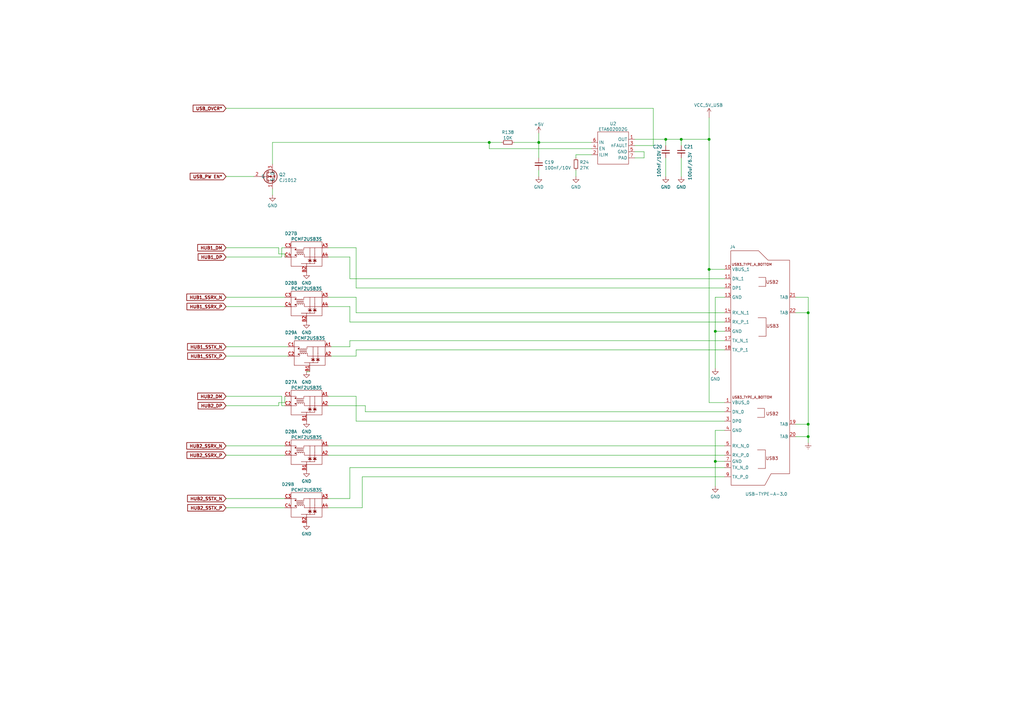
<source format=kicad_sch>
(kicad_sch (version 20210126) (generator eeschema)
  (paper "A3")
  (title_block (title "Beagle V") (date "2021-06-11") (rev "v0.7"))
  (lib_symbols
    (symbol "BeagleV:CJ1012"
      (property "Reference" "U" (at 2.05 -3.6 0))
      (property "Value" "CJ1012" (at 4.65 -5.5 0))
      (symbol "CJ1012_0_1"
        (circle (center -0.889 0) (radius 2.794) (stroke (width 0.254)))
        (circle (center 0 -1.778) (radius 0.254) (fill (type outline)))
        (circle (center 0 1.778) (radius 0.254) (fill (type outline)))
        (polyline (pts (xy -2.286 0) (xy -5.08 0)))
        (polyline (pts (xy -2.286 1.905) (xy -2.286 -1.905)) (stroke (width 0.254)))
        (polyline (pts (xy -1.778 -1.27) (xy -1.778 -2.286)) (stroke (width 0.254)))
        (polyline (pts (xy -1.778 0.508) (xy -1.778 -0.508)) (stroke (width 0.254)))
        (polyline (pts (xy -1.778 2.286) (xy -1.778 1.27)) (stroke (width 0.254)))
        (polyline (pts (xy 0 2.54) (xy 0 1.778)))
        (polyline (pts (xy 0 -2.54) (xy 0 0) (xy -1.778 0)))
        (polyline (pts (xy -1.778 -1.778) (xy 0.762 -1.778) (xy 0.762 1.778) (xy -1.778 1.778)))
        (polyline (pts (xy 0.254 0.508) (xy 0.381 0.381) (xy 1.143 0.381) (xy 1.27 0.254)))
        (polyline (pts (xy 0.762 0.381) (xy 0.381 -0.254) (xy 1.143 -0.254) (xy 0.762 0.381)))
        (polyline (pts (xy -1.524 0) (xy -0.508 0.381) (xy -0.508 -0.381) (xy -1.524 0)) (fill (type outline)))
      )
      (symbol "CJ1012_1_1"
        (pin passive line (at 0 -5.08 90) (length 2.54) (name "S") (number "1"))
        (pin input line (at -7.62 0 0) (length 2.54) (name "G") (number "2"))
        (pin passive line (at 0 5.08 270) (length 2.54) (name "D") (number "3"))
      )
    )
    (symbol "BeagleV:ETA6020D2G"
      (property "Reference" "U" (at -2.921 8.255 0))
      (property "Value" "ETA6020D2G" (at 2.413 -8.382 0))
      (symbol "ETA6020D2G_0_1"
        (rectangle (start -3.81 6.858) (end 8.89 -6.35) (stroke (width 0.1524)))
      )
      (symbol "ETA6020D2G_1_1"
        (pin output line (at 11.43 3.81 180) (length 2.54) (name "OUT") (number "1"))
        (pin input line (at -6.35 -2.54 0) (length 2.54) (name "ILIM") (number "2"))
        (pin output line (at 11.43 1.27 180) (length 2.54) (name "nFAULT") (number "3"))
        (pin input line (at -6.35 0 0) (length 2.54) (name "EN") (number "4"))
        (pin power_in line (at 11.43 -1.27 180) (length 2.54) (name "GND") (number "5"))
        (pin power_in line (at -6.35 2.54 0) (length 2.54) (name "IN") (number "6"))
        (pin passive line (at 11.43 -3.81 180) (length 2.54) (name "PAD") (number "7"))
      )
    )
    (symbol "BeagleV:PCMF2USB3S"
      (property "Reference" "U" (at -6.35 6.35 0))
      (property "Value" "PCMF2USB3S" (at -8.89 -6.35 0))
      (symbol "PCMF2USB3S_0_1"
        (arc (start -3.519 1.795) (end -4.281 1.795) (radius (at -3.9 1.83) (length 0.3826) (angles -5.2 -174.8)) (stroke (width 0.1524)))
        (arc (start -4.081 -0.335) (end -3.319 -0.335) (radius (at -3.7 -0.37) (length 0.3826) (angles 174.8 5.2)) (stroke (width 0.1524)))
        (arc (start -2.719 1.795) (end -3.481 1.795) (radius (at -3.1 1.83) (length 0.3826) (angles -5.2 -174.8)) (stroke (width 0.1524)))
        (arc (start -3.281 -0.335) (end -2.519 -0.335) (radius (at -2.9 -0.37) (length 0.3826) (angles 174.8 5.2)) (stroke (width 0.1524)))
        (arc (start -1.919 1.795) (end -2.681 1.795) (radius (at -2.3 1.83) (length 0.3826) (angles -5.2 -174.8)) (stroke (width 0.1524)))
        (arc (start -2.481 -0.335) (end -1.719 -0.335) (radius (at -2.1 -0.37) (length 0.3826) (angles 174.8 5.2)) (stroke (width 0.1524)))
        (arc (start -1.119 1.795) (end -1.881 1.795) (radius (at -1.5 1.83) (length 0.3826) (angles -5.2 -174.8)) (stroke (width 0.1524)))
        (arc (start -1.681 -0.335) (end -0.919 -0.335) (radius (at -1.3 -0.37) (length 0.3826) (angles 174.8 5.2)) (stroke (width 0.1524)))
        (circle (center -4.572 -0.508) (radius 0) (stroke (width 0.3)))
        (circle (center -4.572 1.778) (radius 0) (stroke (width 0.3)))
        (rectangle (start -6.35 4.98) (end 6.35 -5.08) (stroke (width 0.1524)))
        (polyline (pts (xy -4.9 -1.27) (xy -6.4 -1.27)) (stroke (width 0.1524)))
        (polyline (pts (xy -4.9 2.53) (xy -6.3 2.53)) (stroke (width 0.1524)))
        (polyline (pts (xy -4.1 0.53) (xy -1.2 0.53)) (stroke (width 0.1524)))
        (polyline (pts (xy -4.1 0.93) (xy -1.2 0.93)) (stroke (width 0.1524)))
        (polyline (pts (xy -0.3 -3.97) (xy -2.2 -3.97)) (stroke (width 0.1524)))
        (polyline (pts (xy 0 -5.07) (xy 0 -3.97)) (stroke (width 0.1524)))
        (polyline (pts (xy 0.2 -3.97) (xy -0.3 -3.97)) (stroke (width 0.1524)))
        (polyline (pts (xy 0.7 -2.27) (xy 0.7 -2.47)) (stroke (width 0.1524)))
        (polyline (pts (xy 0.7 -2.27) (xy 2.1 -2.27)) (stroke (width 0.1524)))
        (polyline (pts (xy 0.9 -1.27) (xy 6.3 -1.27)) (stroke (width 0.1524)))
        (polyline (pts (xy 0.9 2.53) (xy 6.3 2.53)) (stroke (width 0.1524)))
        (polyline (pts (xy 1.4 -3.17) (xy 1.4 -3.97)) (stroke (width 0.1524)))
        (polyline (pts (xy 1.4 -2.27) (xy 1.4 -1.37)) (stroke (width 0.1524)))
        (polyline (pts (xy 1.4 -1.27) (xy 1.4 2.53)) (stroke (width 0.1524)))
        (polyline (pts (xy 2.7 -2.27) (xy 2.7 -2.47)) (stroke (width 0.1524)))
        (polyline (pts (xy 2.7 -2.27) (xy 4.1 -2.27)) (stroke (width 0.1524)))
        (polyline (pts (xy 3.4 -3.97) (xy 0.1 -3.97)) (stroke (width 0.1524)))
        (polyline (pts (xy 3.4 -3.17) (xy 3.4 -3.97)) (stroke (width 0.1524)))
        (polyline (pts (xy 3.4 -2.27) (xy 3.4 -0.07)) (stroke (width 0.1524)))
        (polyline (pts (xy 3.4 -0.17) (xy 3.4 2.53)) (stroke (width 0.1524)))
        (polyline (pts (xy -4.1 -0.37) (xy -4.1 -1.27) (xy -4.9 -1.27)) (stroke (width 0.1524)))
        (polyline (pts (xy -0.9 -0.37) (xy -0.9 -1.27) (xy 0.9 -1.27)) (stroke (width 0.1524)))
        (polyline (pts (xy 0.9 2.53) (xy -1.1 2.53) (xy -1.1 1.83)) (stroke (width 0.1524)))
        (polyline (pts (xy -4.9 2.53) (xy -4.4 2.53) (xy -4.3 2.53) (xy -4.3 1.83)) (stroke (width 0.1524)))
        (polyline (pts (xy 1.4 -2.37) (xy 0.7 -3.07) (xy 2.1 -3.07) (xy 1.4 -2.37)) (stroke (width 0.1524)) (fill (type outline)))
        (polyline (pts (xy 3.4 -2.37) (xy 2.7 -3.07) (xy 4.1 -3.07) (xy 3.4 -2.37)) (stroke (width 0.1524)) (fill (type outline)))
      )
      (symbol "PCMF2USB3S_1_1"
        (pin output line (at 8.89 2.54 180) (length 2.56) (name "") (number "A1"))
        (pin output line (at 8.89 -1.27 180) (length 2.56) (name "") (number "A2"))
        (pin power_out line (at 0 -7.62 90) (length 2.56) (name "") (number "B1"))
        (pin input line (at -8.89 2.54 0) (length 2.56) (name "") (number "C1"))
        (pin input line (at -8.89 -1.27 0) (length 2.56) (name "") (number "C2"))
      )
      (symbol "PCMF2USB3S_2_1"
        (pin output line (at 8.89 2.54 180) (length 2.56) (name "") (number "A3"))
        (pin output line (at 8.89 -1.27 180) (length 2.56) (name "") (number "A4"))
        (pin power_out line (at 0 -7.62 90) (length 2.56) (name "") (number "B2"))
        (pin input line (at -8.89 2.54 0) (length 2.56) (name "") (number "C3"))
        (pin input line (at -8.89 -1.27 0) (length 2.56) (name "") (number "C4"))
      )
    )
    (symbol "BeagleV:USB-TYPE-A-3.0"
      (property "Reference" "U" (at 2.54 48.26 0))
      (property "Value" "USB-TYPE-A-3.0" (at 8.89 -46.99 0))
      (symbol "USB-TYPE-A-3.0_0_0"
        (text "USB2" (at -0.762 -17.272 0) (effects (font (size 1.27 1.27))))
        (text "USB2" (at -0.762 36.703 0) (effects (font (size 1.27 1.27))))
        (text "USB3" (at -0.889 -35.56 0) (effects (font (size 1.27 1.27))))
        (text "USB3" (at -0.635 18.669 0) (effects (font (size 1.27 1.27))))
        (text "USB3_TYPE_A_BOTTOM" (at -9.144 43.942 0) (effects (font (size 1 1))))
        (text "USB3_TYPE_A_BOTTOM" (at -9.017 -10.541 0) (effects (font (size 1 1))))
        (polyline (pts (xy -6.858 -32.131) (xy -3.556 -32.131) (xy -3.556 -39.751) (xy -6.604 -39.751)) (stroke (width 0.1524)))
        (polyline (pts (xy -6.858 -15.113) (xy -3.937 -15.113) (xy -3.937 -18.796) (xy -6.858 -18.796)) (stroke (width 0.1524)))
        (polyline (pts (xy -6.604 22.098) (xy -3.302 22.098) (xy -3.302 14.478) (xy -6.35 14.478)) (stroke (width 0.1524)))
        (polyline (pts (xy -6.35 38.608) (xy -3.429 38.608) (xy -3.429 34.925) (xy -6.35 34.925)) (stroke (width 0.1524)))
      )
      (symbol "USB-TYPE-A-3.0_0_1"
        (polyline (pts (xy -17.78 45.72) (xy -17.653 -46.609) (xy -5.207 -46.609) (xy -3.81 -46.609) (xy -1.27 -41.91) (xy 6.35 -41.91) (xy 6.35 41.91) (xy 6.35 45.72) (xy -2.54 45.72) (xy -6.35 49.53) (xy -17.78 49.53) (xy -17.78 45.72)) (stroke (width 0.1524)))
      )
      (symbol "USB-TYPE-A-3.0_1_1"
        (pin power_in line (at -20.32 -12.7 0) (length 2.54) (name "VBUS_0") (number "1"))
        (pin power_in line (at -20.32 41.91 0) (length 2.54) (name "VBUS_1") (number "10"))
        (pin bidirectional line (at -20.32 38.1 0) (length 2.54) (name "DN_1") (number "11"))
        (pin bidirectional line (at -20.32 34.29 0) (length 2.54) (name "DP1") (number "12"))
        (pin power_in line (at -20.32 30.48 0) (length 2.54) (name "GND") (number "13"))
        (pin input line (at -20.32 24.13 0) (length 2.54) (name "RX_N_1") (number "14"))
        (pin input line (at -20.32 20.32 0) (length 2.54) (name "RX_P_1") (number "15"))
        (pin input line (at -20.32 16.51 0) (length 2.54) (name "GND") (number "16"))
        (pin output line (at -20.32 12.7 0) (length 2.54) (name "TX_N_1") (number "17"))
        (pin output line (at -20.32 8.89 0) (length 2.54) (name "TX_P_1") (number "18"))
        (pin power_out line (at 8.89 -21.59 180) (length 2.56) (name "TAB") (number "19"))
        (pin bidirectional line (at -20.32 -16.51 0) (length 2.54) (name "DN_0") (number "2"))
        (pin power_out line (at 8.89 -26.67 180) (length 2.56) (name "TAB") (number "20"))
        (pin power_out line (at 8.89 30.48 180) (length 2.56) (name "TAB") (number "21"))
        (pin power_out line (at 8.89 24.13 180) (length 2.56) (name "TAB") (number "22"))
        (pin bidirectional line (at -20.32 -20.32 0) (length 2.54) (name "DP0") (number "3"))
        (pin power_in line (at -20.32 -24.13 0) (length 2.54) (name "GND") (number "4"))
        (pin input line (at -20.32 -30.48 0) (length 2.54) (name "RX_N_0") (number "5"))
        (pin input line (at -20.32 -34.29 0) (length 2.54) (name "RX_P_0") (number "6"))
        (pin input line (at -20.32 -36.83 0) (length 2.54) (name "GND") (number "7"))
        (pin output line (at -20.32 -39.37 0) (length 2.54) (name "TX_N_0") (number "8"))
        (pin output line (at -20.32 -43.18 0) (length 2.54) (name "TX_P_0") (number "9"))
      )
    )
    (symbol "BeagleV:VCC_5V_USB" (power) (pin_numbers hide) (pin_names hide) (in_bom no) (on_board no)
      (property "Value" "VCC_5V_USB" (at 0 5.08 0))
      (symbol "VCC_5V_USB_0_1"
        (polyline (pts (xy 0 0) (xy 0 3.81)))
        (polyline (pts (xy 0 3.81) (xy -0.762 2.54)))
        (polyline (pts (xy 0 3.81) (xy 0.762 2.54)))
      )
      (symbol "VCC_5V_USB_1_1"
        (pin power_in line (at 0 0 90) (length 0) hide (name "VCC_5V_USB") (number "1"))
      )
    )
    (symbol "Device:C_Small" (pin_numbers hide) (pin_names (offset 0.254) hide)
      (property "Reference" "C" (at 0.254 1.778 0))
      (property "Value" "C_Small" (at 0.254 -2.032 0))
      (symbol "C_Small_0_1"
        (polyline (pts (xy -1.524 -0.508) (xy 1.524 -0.508)) (stroke (width 0.3302)))
        (polyline (pts (xy -1.524 0.508) (xy 1.524 0.508)) (stroke (width 0.3048)))
      )
      (symbol "C_Small_1_1"
        (pin passive line (at 0 2.54 270) (length 2.032) (name "~") (number "1"))
        (pin passive line (at 0 -2.54 90) (length 2.032) (name "~") (number "2"))
      )
    )
    (symbol "Device:R_Small" (pin_numbers hide) (pin_names (offset 0.254) hide)
      (property "Reference" "R" (at 0.762 0.508 0))
      (property "Value" "R_Small" (at 0.762 -1.016 0))
      (symbol "R_Small_0_1"
        (rectangle (start -0.762 1.778) (end 0.762 -1.778) (stroke (width 0.2032)))
      )
      (symbol "R_Small_1_1"
        (pin passive line (at 0 2.54 270) (length 0.762) (name "~") (number "1"))
        (pin passive line (at 0 -2.54 90) (length 0.762) (name "~") (number "2"))
      )
    )
    (symbol "power:+5V" (power) (pin_names (offset 0))
      (property "Value" "+5V" (at 0 3.556 0))
      (symbol "+5V_0_1"
        (polyline (pts (xy -0.762 1.27) (xy 0 2.54)))
        (polyline (pts (xy 0 0) (xy 0 2.54)))
        (polyline (pts (xy 0 2.54) (xy 0.762 1.27)))
      )
      (symbol "+5V_1_1"
        (pin power_in line (at 0 0 90) (length 0) hide (name "+5V") (number "1"))
      )
    )
    (symbol "power:Earth" (power) (pin_names (offset 0))
      (symbol "Earth_0_1"
        (polyline (pts (xy -0.635 -1.905) (xy 0.635 -1.905)))
        (polyline (pts (xy -0.127 -2.54) (xy 0.127 -2.54)))
        (polyline (pts (xy 0 -1.27) (xy 0 0)))
        (polyline (pts (xy 1.27 -1.27) (xy -1.27 -1.27)))
      )
      (symbol "Earth_1_1"
        (pin power_in line (at 0 0 270) (length 0) hide (name "Earth") (number "1"))
      )
    )
    (symbol "power:GND" (power) (pin_names (offset 0))
      (property "Value" "GND" (at 0 -3.81 0))
      (symbol "GND_0_1"
        (polyline (pts (xy 0 0) (xy 0 -1.27) (xy 1.27 -1.27) (xy 0 -2.54) (xy -1.27 -1.27) (xy 0 -1.27)))
      )
      (symbol "GND_1_1"
        (pin power_in line (at 0 0 270) (length 0) hide (name "GND") (number "1"))
      )
    )
  )
  (junction (at 200.66 58.42) (diameter 1.016))
  (junction (at 220.98 58.42) (diameter 1.016))
  (junction (at 273.05 57.15) (diameter 1.016))
  (junction (at 279.4 57.15) (diameter 1.016))
  (junction (at 290.83 57.15) (diameter 1.016))
  (junction (at 290.83 110.49) (diameter 1.016))
  (junction (at 293.37 135.89) (diameter 1.016))
  (junction (at 293.37 189.23) (diameter 1.016))
  (junction (at 331.47 128.27) (diameter 1.016))
  (junction (at 331.47 173.99) (diameter 1.016))
  (junction (at 331.47 179.07) (diameter 1.016))
  (wire (pts (xy 92.71 44.45) (xy 267.97 44.45)))
  (wire (pts (xy 92.71 72.39) (xy 104.14 72.39)))
  (wire (pts (xy 92.71 101.6) (xy 114.3 101.6)))
  (wire (pts (xy 92.71 105.41) (xy 115.57 105.41)))
  (wire (pts (xy 92.71 121.92) (xy 116.84 121.92)))
  (wire (pts (xy 92.71 125.73) (xy 116.84 125.73)))
  (wire (pts (xy 92.71 142.24) (xy 118.11 142.24)))
  (wire (pts (xy 92.71 146.05) (xy 118.11 146.05)))
  (wire (pts (xy 92.71 162.56) (xy 115.57 162.56)))
  (wire (pts (xy 92.71 166.37) (xy 114.3 166.37)))
  (wire (pts (xy 92.71 182.88) (xy 116.84 182.88)))
  (wire (pts (xy 92.71 186.69) (xy 116.84 186.69)))
  (wire (pts (xy 92.71 204.47) (xy 116.84 204.47)))
  (wire (pts (xy 92.71 208.28) (xy 116.84 208.28)))
  (wire (pts (xy 111.76 58.42) (xy 111.76 67.31)))
  (wire (pts (xy 111.76 77.47) (xy 111.76 80.01)))
  (wire (pts (xy 114.3 101.6) (xy 114.3 104.14)))
  (wire (pts (xy 114.3 165.1) (xy 116.84 165.1)))
  (wire (pts (xy 114.3 166.37) (xy 114.3 165.1)))
  (wire (pts (xy 115.57 101.6) (xy 116.84 101.6)))
  (wire (pts (xy 115.57 105.41) (xy 115.57 101.6)))
  (wire (pts (xy 115.57 166.37) (xy 115.57 162.56)))
  (wire (pts (xy 116.84 104.14) (xy 114.3 104.14)))
  (wire (pts (xy 116.84 105.41) (xy 116.84 104.14)))
  (wire (pts (xy 116.84 165.1) (xy 116.84 162.56)))
  (wire (pts (xy 116.84 166.37) (xy 115.57 166.37)))
  (wire (pts (xy 127 152.4) (xy 125.73 152.4)))
  (wire (pts (xy 134.62 101.6) (xy 146.05 101.6)))
  (wire (pts (xy 134.62 121.92) (xy 146.05 121.92)))
  (wire (pts (xy 134.62 125.73) (xy 143.51 125.73)))
  (wire (pts (xy 134.62 162.56) (xy 146.05 162.56)))
  (wire (pts (xy 134.62 182.88) (xy 297.18 182.88)))
  (wire (pts (xy 134.62 186.69) (xy 297.18 186.69)))
  (wire (pts (xy 134.62 204.47) (xy 143.51 204.47)))
  (wire (pts (xy 134.62 208.28) (xy 148.59 208.28)))
  (wire (pts (xy 135.89 142.24) (xy 143.51 142.24)))
  (wire (pts (xy 135.89 146.05) (xy 146.05 146.05)))
  (wire (pts (xy 143.51 105.41) (xy 134.62 105.41)))
  (wire (pts (xy 143.51 114.3) (xy 143.51 105.41)))
  (wire (pts (xy 143.51 125.73) (xy 143.51 132.08)))
  (wire (pts (xy 143.51 132.08) (xy 297.18 132.08)))
  (wire (pts (xy 143.51 139.7) (xy 143.51 142.24)))
  (wire (pts (xy 143.51 139.7) (xy 297.18 139.7)))
  (wire (pts (xy 143.51 191.77) (xy 297.18 191.77)))
  (wire (pts (xy 143.51 204.47) (xy 143.51 191.77)))
  (wire (pts (xy 146.05 101.6) (xy 146.05 118.11)))
  (wire (pts (xy 146.05 118.11) (xy 297.18 118.11)))
  (wire (pts (xy 146.05 121.92) (xy 146.05 128.27)))
  (wire (pts (xy 146.05 128.27) (xy 297.18 128.27)))
  (wire (pts (xy 146.05 143.51) (xy 146.05 146.05)))
  (wire (pts (xy 146.05 143.51) (xy 297.18 143.51)))
  (wire (pts (xy 146.05 162.56) (xy 146.05 172.72)))
  (wire (pts (xy 146.05 172.72) (xy 297.18 172.72)))
  (wire (pts (xy 148.59 195.58) (xy 297.18 195.58)))
  (wire (pts (xy 148.59 208.28) (xy 148.59 195.58)))
  (wire (pts (xy 149.86 166.37) (xy 134.62 166.37)))
  (wire (pts (xy 149.86 168.91) (xy 149.86 166.37)))
  (wire (pts (xy 200.66 58.42) (xy 111.76 58.42)))
  (wire (pts (xy 200.66 58.42) (xy 200.66 60.96)))
  (wire (pts (xy 200.66 60.96) (xy 242.57 60.96)))
  (wire (pts (xy 205.74 58.42) (xy 200.66 58.42)))
  (wire (pts (xy 210.82 58.42) (xy 220.98 58.42)))
  (wire (pts (xy 220.98 54.61) (xy 220.98 58.42)))
  (wire (pts (xy 220.98 58.42) (xy 220.98 64.77)))
  (wire (pts (xy 220.98 58.42) (xy 242.57 58.42)))
  (wire (pts (xy 220.98 69.85) (xy 220.98 72.39)))
  (wire (pts (xy 236.22 63.5) (xy 242.57 63.5)))
  (wire (pts (xy 236.22 64.77) (xy 236.22 63.5)))
  (wire (pts (xy 236.22 69.85) (xy 236.22 72.39)))
  (wire (pts (xy 260.35 57.15) (xy 273.05 57.15)))
  (wire (pts (xy 260.35 59.69) (xy 267.97 59.69)))
  (wire (pts (xy 260.35 62.23) (xy 264.16 62.23)))
  (wire (pts (xy 264.16 62.23) (xy 264.16 64.77)))
  (wire (pts (xy 264.16 64.77) (xy 260.35 64.77)))
  (wire (pts (xy 267.97 59.69) (xy 267.97 44.45)))
  (wire (pts (xy 273.05 57.15) (xy 273.05 59.69)))
  (wire (pts (xy 273.05 57.15) (xy 279.4 57.15)))
  (wire (pts (xy 273.05 64.77) (xy 273.05 72.39)))
  (wire (pts (xy 279.4 57.15) (xy 279.4 59.69)))
  (wire (pts (xy 279.4 57.15) (xy 290.83 57.15)))
  (wire (pts (xy 279.4 64.77) (xy 279.4 72.39)))
  (wire (pts (xy 290.83 48.26) (xy 290.83 57.15)))
  (wire (pts (xy 290.83 110.49) (xy 290.83 57.15)))
  (wire (pts (xy 290.83 110.49) (xy 297.18 110.49)))
  (wire (pts (xy 290.83 165.1) (xy 290.83 110.49)))
  (wire (pts (xy 293.37 121.92) (xy 293.37 135.89)))
  (wire (pts (xy 293.37 135.89) (xy 293.37 151.13)))
  (wire (pts (xy 293.37 135.89) (xy 297.18 135.89)))
  (wire (pts (xy 293.37 176.53) (xy 293.37 189.23)))
  (wire (pts (xy 293.37 189.23) (xy 293.37 199.39)))
  (wire (pts (xy 293.37 189.23) (xy 297.18 189.23)))
  (wire (pts (xy 297.18 114.3) (xy 143.51 114.3)))
  (wire (pts (xy 297.18 121.92) (xy 293.37 121.92)))
  (wire (pts (xy 297.18 165.1) (xy 290.83 165.1)))
  (wire (pts (xy 297.18 168.91) (xy 149.86 168.91)))
  (wire (pts (xy 297.18 176.53) (xy 293.37 176.53)))
  (wire (pts (xy 326.39 121.92) (xy 331.47 121.92)))
  (wire (pts (xy 326.39 128.27) (xy 331.47 128.27)))
  (wire (pts (xy 326.39 173.99) (xy 331.47 173.99)))
  (wire (pts (xy 331.47 121.92) (xy 331.47 128.27)))
  (wire (pts (xy 331.47 128.27) (xy 331.47 173.99)))
  (wire (pts (xy 331.47 173.99) (xy 331.47 179.07)))
  (wire (pts (xy 331.47 179.07) (xy 326.39 179.07)))
  (wire (pts (xy 331.47 179.07) (xy 331.47 181.61)))
  (global_label "USB_OVCR*" (shape input) (at 92.71 44.45 180) (effects (font (thickness 0.254) bold)) (property "Intersheet References" "${INTERSHEET_REFS}" (effects hide)))
  (global_label "USB_PW EN*" (shape input) (at 92.71 72.39 180) (effects (font (thickness 0.254) bold)) (property "Intersheet References" "${INTERSHEET_REFS}" (effects hide)))
  (global_label "HUB1_DM" (shape input) (at 92.71 101.6 180) (effects (font (thickness 0.254) bold)) (property "Intersheet References" "${INTERSHEET_REFS}" (effects hide)))
  (global_label "HUB1_DP" (shape input) (at 92.71 105.41 180) (effects (font (thickness 0.254) bold)) (property "Intersheet References" "${INTERSHEET_REFS}" (effects hide)))
  (global_label "HUB1_SSRX_N" (shape input) (at 92.71 121.92 180) (effects (font (thickness 0.254) bold)) (property "Intersheet References" "${INTERSHEET_REFS}" (effects hide)))
  (global_label "HUB1_SSRX_P" (shape input) (at 92.71 125.73 180) (effects (font (thickness 0.254) bold)) (property "Intersheet References" "${INTERSHEET_REFS}" (effects hide)))
  (global_label "HUB1_SSTX_N" (shape input) (at 92.71 142.24 180) (effects (font (thickness 0.254) bold)) (property "Intersheet References" "${INTERSHEET_REFS}" (effects hide)))
  (global_label "HUB1_SSTX_P" (shape input) (at 92.71 146.05 180) (effects (font (thickness 0.254) bold)) (property "Intersheet References" "${INTERSHEET_REFS}" (effects hide)))
  (global_label "HUB2_DM" (shape input) (at 92.71 162.56 180) (effects (font (thickness 0.254) bold)) (property "Intersheet References" "${INTERSHEET_REFS}" (effects hide)))
  (global_label "HUB2_DP" (shape input) (at 92.71 166.37 180) (effects (font (thickness 0.254) bold)) (property "Intersheet References" "${INTERSHEET_REFS}" (effects hide)))
  (global_label "HUB2_SSRX_N" (shape input) (at 92.71 182.88 180) (effects (font (thickness 0.254) bold)) (property "Intersheet References" "${INTERSHEET_REFS}" (effects hide)))
  (global_label "HUB2_SSRX_P" (shape input) (at 92.71 186.69 180) (effects (font (thickness 0.254) bold)) (property "Intersheet References" "${INTERSHEET_REFS}" (effects hide)))
  (global_label "HUB2_SSTX_N" (shape input) (at 92.71 204.47 180) (effects (font (thickness 0.254) bold)) (property "Intersheet References" "${INTERSHEET_REFS}" (effects hide)))
  (global_label "HUB2_SSTX_P" (shape input) (at 92.71 208.28 180) (effects (font (thickness 0.254) bold)) (property "Intersheet References" "${INTERSHEET_REFS}" (effects hide)))
  (symbol (lib_id "power:+5V") (at 220.98 54.61 0) (unit 1)
    (property "Reference" "#PWR0429" (effects hide))
    (property "Value" "+5V" (at 220.98 51.0626 0))
  )
  (symbol (lib_id "BeagleV:VCC_5V_USB") (at 290.83 48.26 0) (unit 1)
    (property "Reference" "#P023" (effects hide))
    (property "Value" "VCC_5V_USB" (at 284.6071 43.124 0) (effects (justify left)))
  )
  (symbol (lib_id "power:GND") (at 111.76 80.01 0) (unit 1)
    (property "Reference" "#PWR0426" (effects hide))
    (property "Value" "GND" (at 111.76 84.3344 0))
  )
  (symbol (lib_id "power:GND") (at 125.73 111.76 0) (unit 1)
    (property "Reference" "#PWR0423" (effects hide))
    (property "Value" "GND" (at 125.73 116.0844 0))
  )
  (symbol (lib_id "power:GND") (at 125.73 132.08 0) (unit 1)
    (property "Reference" "#PWR0425" (effects hide))
    (property "Value" "GND" (at 125.73 136.4044 0))
  )
  (symbol (lib_id "power:GND") (at 125.73 152.4 0) (unit 1)
    (property "Reference" "#PWR0424" (effects hide))
    (property "Value" "GND" (at 125.73 156.7244 0))
  )
  (symbol (lib_id "power:GND") (at 125.73 172.72 0) (unit 1)
    (property "Reference" "#PWR0432" (effects hide))
    (property "Value" "GND" (at 125.73 177.0444 0))
  )
  (symbol (lib_id "power:GND") (at 125.73 193.04 0) (unit 1)
    (property "Reference" "#PWR0433" (effects hide))
    (property "Value" "GND" (at 125.73 197.3644 0))
  )
  (symbol (lib_id "power:GND") (at 125.73 214.63 0) (unit 1)
    (property "Reference" "#PWR0434" (effects hide))
    (property "Value" "GND" (at 125.73 218.9544 0))
  )
  (symbol (lib_id "power:GND") (at 220.98 72.39 0) (unit 1)
    (property "Reference" "#PWR0430" (effects hide))
    (property "Value" "GND" (at 220.98 76.7144 0))
  )
  (symbol (lib_id "power:GND") (at 236.22 72.39 0) (unit 1)
    (property "Reference" "#PWR0431" (effects hide))
    (property "Value" "GND" (at 236.22 76.7144 0))
  )
  (symbol (lib_id "power:GND") (at 273.05 72.39 0) (unit 1)
    (property "Reference" "#PWR0427" (effects hide))
    (property "Value" "GND" (at 273.05 76.7144 0))
  )
  (symbol (lib_id "power:GND") (at 279.4 72.39 0) (unit 1)
    (property "Reference" "#PWR0428" (effects hide))
    (property "Value" "GND" (at 279.4 76.7144 0))
  )
  (symbol (lib_id "power:GND") (at 293.37 151.13 0) (unit 1)
    (property "Reference" "#PWR0420" (effects hide))
    (property "Value" "GND" (at 293.37 155.4544 0))
  )
  (symbol (lib_id "power:GND") (at 293.37 199.39 0) (unit 1)
    (property "Reference" "#PWR0422" (effects hide))
    (property "Value" "GND" (at 293.37 203.7144 0))
  )
  (symbol (lib_id "power:Earth") (at 331.47 181.61 0) (unit 1)
    (property "Reference" "#PWR0421" (effects hide))
    (property "Value" "Earth" (effects hide))
  )
  (symbol (lib_id "Device:R_Small") (at 208.28 58.42 90) (unit 1)
    (property "Reference" "R138" (at 208.28 54.2502 90))
    (property "Value" "10K" (at 208.28 56.5489 90))
    (property "Footprint" "Resistor_SMD:R_0402_1005Metric" (effects hide))
  )
  (symbol (lib_id "Device:R_Small") (at 236.22 67.31 180) (unit 1)
    (property "Reference" "R24" (at 237.7187 66.5491 0) (effects (justify right)))
    (property "Value" "27K" (at 237.7187 68.8478 0) (effects (justify right)))
    (property "Footprint" "Resistor_SMD:R_0402_1005Metric" (effects hide))
  )
  (symbol (lib_id "Device:C_Small") (at 220.98 67.31 0) (unit 1)
    (property "Reference" "C19" (at 223.3042 66.5491 0) (effects (justify left)))
    (property "Value" "100nF/10V" (at 223.3042 68.8478 0) (effects (justify left)))
    (property "Footprint" "Capacitor_SMD:C_0201_0603Metric" (effects hide))
  )
  (symbol (lib_id "Device:C_Small") (at 273.05 62.23 0) (unit 1)
    (property "Reference" "C20" (at 267.7542 60.1991 0) (effects (justify left)))
    (property "Value" "100nF/10V" (at 270.2942 72.6578 90) (effects (justify left)))
    (property "Footprint" "Capacitor_SMD:C_0201_0603Metric" (effects hide))
  )
  (symbol (lib_id "Device:C_Small") (at 279.4 62.23 0) (unit 1)
    (property "Reference" "C21" (at 280.4542 60.1991 0) (effects (justify left)))
    (property "Value" "100uF/6.3V" (at 282.9942 73.9278 90) (effects (justify left)))
    (property "Footprint" "Capacitor_SMD:C_1206_3216Metric" (effects hide))
  )
  (symbol (lib_id "BeagleV:CJ1012") (at 111.76 72.39 0) (unit 1)
    (property "Reference" "Q2" (at 114.4271 71.6291 0) (effects (justify left)))
    (property "Value" "CJ1012" (at 114.4271 73.9278 0) (effects (justify left)))
    (property "Footprint" "Package_TO_SOT_SMD:SOT-523" (effects hide))
  )
  (symbol (lib_id "BeagleV:PCMF2USB3S") (at 125.73 104.14 0) (unit 2)
    (property "Reference" "D27" (at 119.38 95.7776 0))
    (property "Value" "PCMF2USB3S" (at 125.73 98.0763 0))
    (property "Footprint" "BeagleV:PCMF2USB3S" (effects hide))
  )
  (symbol (lib_id "BeagleV:PCMF2USB3S") (at 125.73 124.46 0) (unit 2)
    (property "Reference" "D28" (at 119.38 116.0976 0))
    (property "Value" "PCMF2USB3S" (at 125.73 118.3963 0))
    (property "Footprint" "BeagleV:PCMF2USB3S" (effects hide))
  )
  (symbol (lib_id "BeagleV:PCMF2USB3S") (at 125.73 165.1 0) (unit 1)
    (property "Reference" "D27" (at 119.38 156.7376 0))
    (property "Value" "PCMF2USB3S" (at 125.73 159.0363 0))
    (property "Footprint" "BeagleV:PCMF2USB3S" (effects hide))
  )
  (symbol (lib_id "BeagleV:PCMF2USB3S") (at 125.73 185.42 0) (unit 1)
    (property "Reference" "D28" (at 119.38 177.0576 0))
    (property "Value" "PCMF2USB3S" (at 125.73 179.3563 0))
    (property "Footprint" "BeagleV:PCMF2USB3S" (effects hide))
  )
  (symbol (lib_id "BeagleV:PCMF2USB3S") (at 125.73 207.01 0) (unit 2)
    (property "Reference" "D29" (at 118.11 198.6476 0))
    (property "Value" "PCMF2USB3S" (at 125.73 200.9463 0))
    (property "Footprint" "BeagleV:PCMF2USB3S" (effects hide))
  )
  (symbol (lib_id "BeagleV:PCMF2USB3S") (at 127 144.78 0) (unit 1)
    (property "Reference" "D29" (at 119.38 136.4176 0))
    (property "Value" "PCMF2USB3S" (at 127 138.7163 0))
    (property "Footprint" "BeagleV:PCMF2USB3S" (effects hide))
  )
  (symbol (lib_id "BeagleV:ETA6020D2G") (at 248.92 60.96 0) (unit 1)
    (property "Reference" "U2" (at 251.46 50.7196 0))
    (property "Value" "ETA6020D2G" (at 251.46 53.0183 0))
    (property "Footprint" "BeagleV:ETA6020-DFN2x2-6L" (effects hide))
  )
  (symbol (lib_id "BeagleV:USB-TYPE-A-3.0") (at 317.5 152.4 0) (unit 1)
    (property "Reference" "J4" (at 299.2883 101.2836 0) (effects (justify left)))
    (property "Value" "USB-TYPE-A-3.0" (at 305.6383 202.6423 0) (effects (justify left)))
    (property "Footprint" "BeagleV:Stacked-USB-TypeA" (effects hide))
  )
)
</source>
